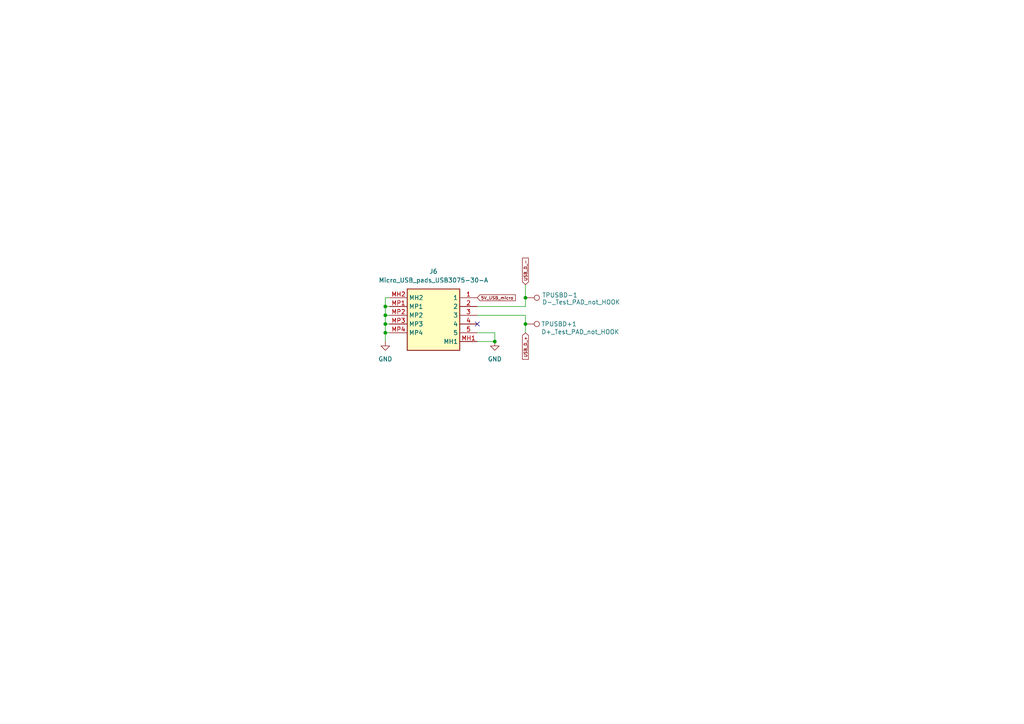
<source format=kicad_sch>
(kicad_sch (version 20250114) (generator "eeschema") (generator_version "9.0")
  (paper "A4")
  (lib_symbols
    (symbol "Connector:TestPoint" (pin_numbers (hide yes)) (pin_names (offset 0.762) (hide yes))
      (property "Reference" "TP" (at 0 6.858 0))
      (property "Value" "TestPoint" (at 0 5.08 0))
      (symbol "TestPoint_0_1"
        (circle (center 0 3.302) (radius 0.762))
      )
      (symbol "TestPoint_1_1"
        (pin passive line (at 0 0 90) (length 2.54) (name "1") (number "1"))
      )
    )
    (symbol "PAMI-USB3075-30-A:USB3075-30-A"
      (property "Reference" "J" (at 21.59 7.62 0))
      (property "Value" "USB3075-30-A" (at 21.59 5.08 0))
      (symbol "USB3075-30-A_1_1"
        (rectangle (start 5.08 2.54) (end 20.32 -15.24) (stroke (width 0.254)) (fill (type background)))
        (pin passive line (at 0 0 0) (length 5.08) (name "1") (number "1"))
        (pin passive line (at 0 -2.54 0) (length 5.08) (name "2") (number "2"))
        (pin passive line (at 0 -5.08 0) (length 5.08) (name "3") (number "3"))
        (pin passive line (at 0 -7.62 0) (length 5.08) (name "4") (number "4"))
        (pin passive line (at 0 -10.16 0) (length 5.08) (name "5") (number "5"))
        (pin passive line (at 0 -12.7 0) (length 5.08) (name "MH1") (number "MH1"))
        (pin passive line (at 25.4 0 180) (length 5.08) (name "MH2") (number "MH2"))
        (pin passive line (at 25.4 -2.54 180) (length 5.08) (name "MP1") (number "MP1"))
        (pin passive line (at 25.4 -5.08 180) (length 5.08) (name "MP2") (number "MP2"))
        (pin passive line (at 25.4 -7.62 180) (length 5.08) (name "MP3") (number "MP3"))
        (pin passive line (at 25.4 -10.16 180) (length 5.08) (name "MP4") (number "MP4"))
      )
    )
    (symbol "power:GND" (power) (pin_numbers (hide yes)) (pin_names (offset 0) (hide yes))
      (property "Value" "GND" (at 0 -3.81 0))
      (symbol "GND_0_1"
        (polyline (pts (xy 0 0) (xy 0 -1.27) (xy 1.27 -1.27) (xy 0 -2.54) (xy -1.27 -1.27) (xy 0 -1.27)))
      )
      (symbol "GND_1_1"
        (pin power_in line (at 0 0 270) (length 0) (name "~") (number "1"))
      )
    )
  )
  (junction (at 152.4 93.98))
  (junction (at 111.76 93.98))
  (junction (at 111.76 96.52))
  (junction (at 143.51 99.06))
  (junction (at 111.76 88.9))
  (junction (at 152.4 86.36))
  (junction (at 111.76 91.44))
  (no_connect (at 138.43 93.98))
  (wire (pts (xy 113.03 86.36) (xy 111.76 86.36)))
  (wire (pts (xy 111.76 86.36) (xy 111.76 88.9)))
  (wire (pts (xy 111.76 91.44) (xy 111.76 93.98)))
  (wire (pts (xy 152.4 86.36) (xy 152.4 88.9)))
  (wire (pts (xy 152.4 91.44) (xy 138.43 91.44)))
  (wire (pts (xy 111.76 93.98) (xy 111.76 96.52)))
  (wire (pts (xy 111.76 96.52) (xy 113.03 96.52)))
  (wire (pts (xy 111.76 91.44) (xy 113.03 91.44)))
  (wire (pts (xy 138.43 96.52) (xy 143.51 96.52)))
  (wire (pts (xy 152.4 88.9) (xy 138.43 88.9)))
  (wire (pts (xy 152.4 93.98) (xy 152.4 91.44)))
  (wire (pts (xy 143.51 96.52) (xy 143.51 99.06)))
  (wire (pts (xy 111.76 96.52) (xy 111.76 99.06)))
  (wire (pts (xy 111.76 88.9) (xy 111.76 91.44)))
  (wire (pts (xy 138.43 99.06) (xy 143.51 99.06)))
  (wire (pts (xy 152.4 96.52) (xy 152.4 93.98)))
  (wire (pts (xy 111.76 93.98) (xy 113.03 93.98)))
  (wire (pts (xy 152.4 82.55) (xy 152.4 86.36)))
  (wire (pts (xy 111.76 88.9) (xy 113.03 88.9)))
  (global_label "USB_D_+" (shape input) (at 152.4 96.52 270) (effects (font (size 0.889 0.889))) (property "Intersheetrefs" "${INTERSHEET_REFS}" (effects (hide yes))))
  (global_label "USB_D_-" (shape input) (at 152.4 82.55 90) (effects (font (size 0.889 0.889))) (property "Intersheetrefs" "${INTERSHEET_REFS}" (effects (hide yes))))
  (global_label "5V_USB_micro" (shape input) (at 138.43 86.36 0) (effects (font (size 0.889 0.889))) (property "Intersheetrefs" "${INTERSHEET_REFS}" (effects (hide yes))))
  (symbol (lib_id "Connector:TestPoint") (at 152.4 86.36 270) (unit 1)
    (property "Reference" "TPUSBD-1" (at 157.226 85.598 90) (effects (justify left)))
    (property "Value" "D-_Test_PAD_not_HOOK" (at 157.226 87.63 90) (effects (justify left)))
    (property "Footprint" "TestPoint:TestPoint_Pad_D2.0mm" (effects (hide yes)))
    (property "Description" "test point" (effects (hide yes)))
  )
  (symbol (lib_id "power:GND") (at 143.51 99.06 0) (unit 1)
    (property "Reference" "#PWR052" (effects (hide yes)))
    (property "Value" "GND" (at 143.51 104.14 0))
    (property "Description" "Power symbol creates a global label with name \"GND\" , ground" (effects (hide yes)))
  )
  (symbol (lib_id "power:GND") (at 111.76 99.06 0) (unit 1)
    (property "Reference" "#PWR0107" (effects (hide yes)))
    (property "Value" "GND" (at 111.76 104.14 0))
    (property "Description" "Power symbol creates a global label with name \"GND\" , ground" (effects (hide yes)))
  )
  (symbol (lib_id "Connector:TestPoint") (at 152.4 93.98 270) (unit 1)
    (property "Reference" "TPUSBD+1" (at 156.972 93.98 90) (effects (justify left)))
    (property "Value" "D+_Test_PAD_not_HOOK" (at 156.972 96.266 90) (effects (justify left)))
    (property "Footprint" "TestPoint:TestPoint_Pad_D2.0mm" (effects (hide yes)))
    (property "Description" "test point" (effects (hide yes)))
  )
  (symbol (lib_id "PAMI-USB3075-30-A:USB3075-30-A") (at 138.43 86.36 0) (mirror y) (unit 1)
    (property "Reference" "J6" (at 125.73 78.74 0))
    (property "Value" "Micro_USB_pads_USB3075-30-A" (at 125.73 81.28 0))
    (property "Footprint" "USB_micro_female_connector:USB307530A" (effects (hide yes)))
    (property "Datasheet" "https://componentsearchengine.com/Datasheets/2/USB3075-30-A.pdf" (effects (hide yes)))
    (property "Description" "GCT (GLOBAL CONNECTOR TECHNOLOGY) - USB3075-30-A - USB Connector, Micro USB Type B, USB 2.0, Receptacle, 5 Ways, Surface Mount, Right Angle" (effects (hide yes)))
    (property "Height" "2.7" (effects (hide yes)))
    (property "Manufacturer_Name" "GCT (GLOBAL CONNECTOR TECHNOLOGY)" (effects (hide yes)))
    (property "Manufacturer_Part_Number" "USB3075-30-A" (effects (hide yes)))
    (property "Mouser Part Number" "640-USB3075-30-A" (effects (hide yes)))
    (property "Mouser Price/Stock" "https://www.mouser.co.uk/ProductDetail/GCT/USB3075-30-A?qs=KUoIvG%2F9IlbGMJplbp1ybA%3D%3D" (effects (hide yes)))
  )
)
</source>
